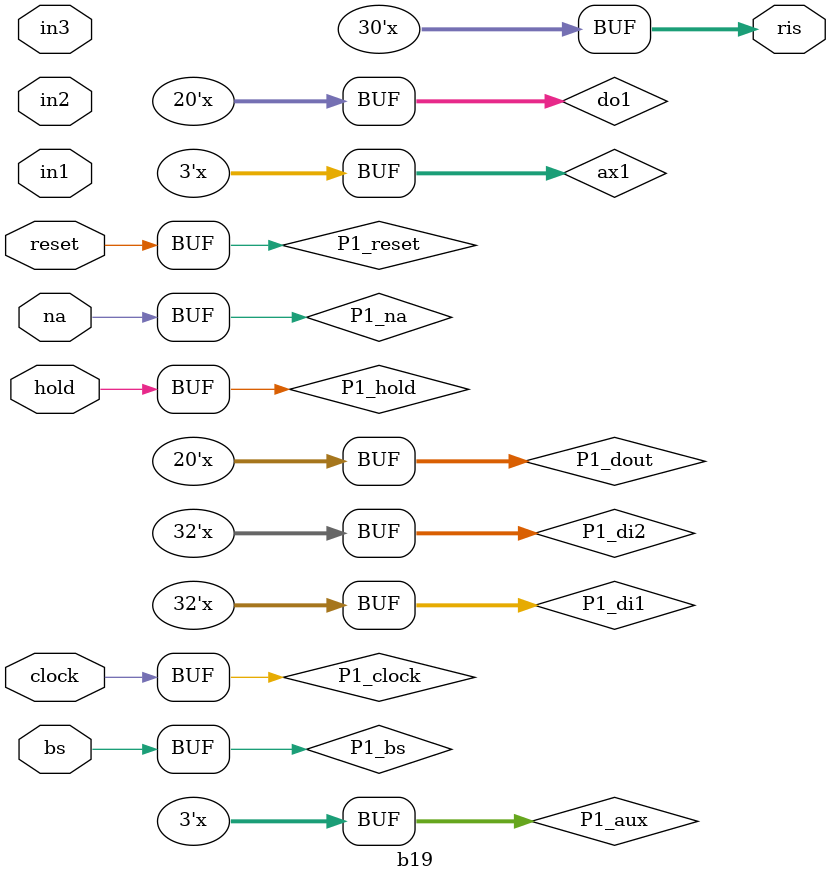
<source format=v>


module b14(
   input                   clock,
   input                   reset,
   output   reg   [19:0]   addr,
   input          [31:0]   datai,
   output   integer        datao,
   output   reg            rd,
   output   reg            wr
);
   
   always @(posedge clock or posedge reset)
      begin: xhdl0
      
         integer       reg0;
         integer       reg1;
         integer       reg2;
         integer       reg3;
      
         reg           B;
         
         reg [19:0]    MAR;
         integer       MBR;
         
         reg [1:0]     mf;
         reg [2:0]     df;
         reg [0:0]     cf;
         
         reg [3:0]     ff;
         reg [19:0]    tail;
         integer       IR;
         
         reg [0:0]     state;
         
         integer       r;
         integer       m;
         integer       t;
         integer       d;
         integer       temp;
         reg [1:0]     s;
         
         parameter     FETCH = 0;
         parameter     EXEC = 1;
         
         if (reset == 1'b1)
         begin
            MAR = 0;
            MBR = 0;
            IR = 0;
            d = 0;
            r = 0;
            m = 0;
            s = 0;
            temp = 0;
            mf = 0;
            df = 0;
            ff = 0;
            cf = 0;
            tail = 0;
            B = 1'b0;
            reg0 = 0;
            reg1 = 0;
            reg2 = 0;
            reg3 = 0;
            addr <= 0;
            rd <= 1'b0;
            wr <= 1'b0;
            datao <= 0;
            state = FETCH;
         end
         else 
         begin
            rd <= 1'b0;
            wr <= 1'b0;
            case (state)
               FETCH :
                  begin
                     MAR = reg3 % 2 ** 20;
                     addr <= MAR;
                     rd <= 1'b1;
                     MBR = datai;
                     IR = MBR;
                     state = EXEC;
                  end
               EXEC :
                  begin
                     if (IR < 0)
                        IR = -IR;
                     mf = (IR/2 ** 27) % 4;
                     
                     df = (IR/2 ** 24) % 2 ** 3;
                     
                     ff = (IR/2 ** 19) % 2 ** 4;
                     
                     cf = (IR/2 ** 23) % 2;
                     
                     tail = IR % 2 ** 20;
                     reg3 = ((reg3 % 2 ** 29) + 8);
                     s = (IR/2 ** 29) % 4;
                     case (s)
                        0 :
                           r = reg0;
                        1 :
                           r = reg1;
                        2 :
                           r = reg2;
                        3 :
                           r = reg3;
                     endcase
                     case (cf)
                        1 :
                           begin
                              case (mf)
                                 0 :
                                    m = tail;
                                 1 :
                                    begin
                                       m = datai;
                                       addr <= tail;
                                       rd <= 1'b1;
                                    end
                                 2 :
                                    begin
                                       addr <= (tail + reg1) % 2 ** 20;
                                       rd <= 1'b1;
                                       m = datai;
                                    end
                                 3 :
                                    begin
                                       addr <= (tail + reg2) % 2 ** 20;
                                       rd <= 1'b1;
                                       m = datai;
                                    end
                              endcase
                              case (ff)
                                 0 :
                                    if (r < m)
                                       B = 1'b1;
                                    else
                                       B = 1'b0;
                                 1 :
                                    if (~(r < m))
                                       B = 1'b1;
                                    else
                                       B = 1'b0;
                                 2 :
                                    if (r == m)
                                       B = 1'b1;
                                    else
                                       B = 1'b0;
                                 3 :
                                    if (~(r == m))
                                       B = 1'b1;
                                    else
                                       B = 1'b0;
                                 4 :
                                    if (~(r > m))
                                       B = 1'b1;
                                    else
                                       B = 1'b0;
                                 5 :
                                    if (r > m)
                                       B = 1'b1;
                                    else
                                       B = 1'b0;
                                 6 :
                                    begin
                                       if (r > 2 ** 30 - 1)
                                          r = r - 2 ** 30;
                                       if (r < m)
                                          B = 1'b1;
                                       else
                                          B = 1'b0;
                                    end
                                 7 :
                                    begin
                                       if (r > 2 ** 30 - 1)
                                          r = r - 2 ** 30;
                                       if (~(r < m))
                                          B = 1'b1;
                                       else
                                          B = 1'b0;
                                    end
                                 8 :
                                    if ((r < m) | (B == 1'b1))
                                       B = 1'b1;
                                    else
                                       B = 1'b0;
                                 9 :
                                    if ((~(r < m)) | (B == 1'b1))
                                       B = 1'b1;
                                    else
                                       B = 1'b0;
                                 10 :
                                    if ((r == m) | (B == 1'b1))
                                       B = 1'b1;
                                    else
                                       B = 1'b0;
                                 11 :
                                    if ((~(r == m)) | (B == 1'b1))
                                       B = 1'b1;
                                    else
                                       B = 1'b0;
                                 12 :
                                    if ((~(r > m)) | (B == 1'b1))
                                       B = 1'b1;
                                    else
                                       B = 1'b0;
                                 13 :
                                    if ((r > m) | (B == 1'b1))
                                       B = 1'b1;
                                    else
                                       B = 1'b0;
                                 14 :
                                    begin
                                       if (r > 2 ** 30 - 1)
                                          r = r - 2 ** 30;
                                       if ((r < m) | (B == 1'b1))
                                          B = 1'b1;
                                       else
                                          B = 1'b0;
                                    end
                                 15 :
                                    begin
                                       if (r > 2 ** 30 - 1)
                                          r = r - 2 ** 30;
                                       if ((~(r < m)) | (B == 1'b1))
                                          B = 1'b1;
                                       else
                                          B = 1'b0;
                                    end
                              endcase
                           end
                        0 :
                           if (~(df == 7))
                           begin
                              if (df == 5)
                              begin
                                 if ((~(B)) == 1'b1)
                                    d = 3;
                              end
                              else if (df == 4)
                              begin
                                 if (B == 1'b1)
                                    d = 3;
                              end
                              else if (df == 3)
                                 d = 3;
                              else if (df == 2)
                                 d = 2;
                              else if (df == 1)
                                 d = 1;
                              else if (df == 0)
                                 d = 0;
                              case (ff)
                                 0 :
                                    begin
                                       case (mf)
                                          0 :
                                             m = tail;
                                          1 :
                                             begin
                                                m = datai;
                                                addr <= tail;
                                                rd <= 1'b1;
                                             end
                                          2 :
                                             begin
                                                addr <= (tail + reg1) % 2 ** 20;
                                                rd <= 1'b1;
                                                m = datai;
                                             end
                                          3 :
                                             begin
                                                addr <= (tail + reg2) % 2 ** 20;
                                                rd <= 1'b1;
                                                m = datai;
                                             end
                                       endcase
                                       t = 0;
                                       case (d)
                                          0 :
                                             reg0 = t - m;
                                          1 :
                                             reg1 = t - m;
                                          2 :
                                             reg2 = t - m;
                                          3 :
                                             reg3 = t - m;
                                          default :
                                             ;
                                       endcase
                                    end
                                 1 :
                                    begin
                                       case (mf)
                                          0 :
                                             m = tail;
                                          1 :
                                             begin
                                                m = datai;
                                                addr <= tail;
                                                rd <= 1'b1;
                                             end
                                          2 :
                                             begin
                                                addr <= (tail + reg1) % 2 ** 20;
                                                rd <= 1'b1;
                                                m = datai;
                                             end
                                          3 :
                                             begin
                                                addr <= (tail + reg2) % 2 ** 20;
                                                rd <= 1'b1;
                                                m = datai;
                                             end
                                       endcase
                                       reg2 = reg3;
                                       reg3 = m;
                                    end
                                 2 :
                                    begin
                                       case (mf)
                                          0 :
                                             m = tail;
                                          1 :
                                             begin
                                                m = datai;
                                                addr <= tail;
                                                rd <= 1'b1;
                                             end
                                          2 :
                                             begin
                                                addr <= (tail + reg1) % 2 ** 20;
                                                rd <= 1'b1;
                                                m = datai;
                                             end
                                          3 :
                                             begin
                                                addr <= (tail + reg2) % 2 ** 20;
                                                rd <= 1'b1;
                                                m = datai;
                                             end
                                       endcase
                                       case (d)
                                          0 :
                                             reg0 = m;
                                          1 :
                                             reg1 = m;
                                          2 :
                                             reg2 = m;
                                          3 :
                                             reg3 = m;
                                          default :
                                             ;
                                       endcase
                                    end
                                 3 :
                                    begin
                                       case (mf)
                                          0 :
                                             m = tail;
                                          1 :
                                             begin
                                                m = datai;
                                                addr <= tail;
                                                rd <= 1'b1;
                                             end
                                          2 :
                                             begin
                                                addr <= (tail + reg1) % 2 ** 20;
                                                rd <= 1'b1;
                                                m = datai;
                                             end
                                          3 :
                                             begin
                                                addr <= (tail + reg2) % 2 ** 20;
                                                rd <= 1'b1;
                                                m = datai;
                                             end
                                       endcase
                                       case (d)
                                          0 :
                                             reg0 = m;
                                          1 :
                                             reg1 = m;
                                          2 :
                                             reg2 = m;
                                          3 :
                                             reg3 = m;
                                          default :
                                             ;
                                       endcase
                                    end
                                 4 :
                                    begin
                                       case (mf)
                                          0 :
                                             m = tail;
                                          1 :
                                             begin
                                                m = datai;
                                                addr <= tail;
                                                rd <= 1'b1;
                                             end
                                          2 :
                                             begin
                                                addr <= (tail + reg1) % 2 ** 20;
                                                rd <= 1'b1;
                                                m = datai;
                                             end
                                          3 :
                                             begin
                                                addr <= (tail + reg2) % 2 ** 20;
                                                rd <= 1'b1;
                                                m = datai;
                                             end
                                       endcase
                                       case (d)
                                          0 :
                                             reg0 = (r + m) % 2 ** 30;
                                          1 :
                                             reg1 = (r + m) % 2 ** 30;
                                          2 :
                                             reg2 = (r + m) % 2 ** 30;
                                          3 :
                                             reg3 = (r + m) % 2 ** 30;
                                          default :
                                             ;
                                       endcase
                                    end
                                 5 :
                                    begin
                                       case (mf)
                                          0 :
                                             m = tail;
                                          1 :
                                             begin
                                                m = datai;
                                                addr <= tail;
                                                rd <= 1'b1;
                                             end
                                          2 :
                                             begin
                                                addr <= (tail + reg1) % 2 ** 20;
                                                rd <= 1'b1;
                                                m = datai;
                                             end
                                          3 :
                                             begin
                                                addr <= (tail + reg2) % 2 ** 20;
                                                rd <= 1'b1;
                                                m = datai;
                                             end
                                       endcase
                                       case (d)
                                          0 :
                                             reg0 = (r + m) % 2 ** 30;
                                          1 :
                                             reg1 = (r + m) % 2 ** 30;
                                          2 :
                                             reg2 = (r + m) % 2 ** 30;
                                          3 :
                                             reg3 = (r + m) % 2 ** 30;
                                          default :
                                             ;
                                       endcase
                                    end
                                 6 :
                                    begin
                                       case (mf)
                                          0 :
                                             m = tail;
                                          1 :
                                             begin
                                                m = datai;
                                                addr <= tail;
                                                rd <= 1'b1;
                                             end
                                          2 :
                                             begin
                                                addr <= (tail + reg1) % 2 ** 20;
                                                rd <= 1'b1;
                                                m = datai;
                                             end
                                          3 :
                                             begin
                                                addr <= (tail + reg2) % 2 ** 20;
                                                rd <= 1'b1;
                                                m = datai;
                                             end
                                       endcase
                                       case (d)
                                          0 :
                                             reg0 = (r - m) % 2 ** 30;
                                          1 :
                                             reg1 = (r - m) % 2 ** 30;
                                          2 :
                                             reg2 = (r - m) % 2 ** 30;
                                          3 :
                                             reg3 = (r - m) % 2 ** 30;
                                          default :
                                             ;
                                       endcase
                                    end
                                 7 :
                                    begin
                                       case (mf)
                                          0 :
                                             m = tail;
                                          1 :
                                             begin
                                                m = datai;
                                                addr <= tail;
                                                rd <= 1'b1;
                                             end
                                          2 :
                                             begin
                                                addr <= (tail + reg1) % 2 ** 20;
                                                rd <= 1'b1;
                                                m = datai;
                                             end
                                          3 :
                                             begin
                                                addr <= (tail + reg2) % 2 ** 20;
                                                rd <= 1'b1;
                                                m = datai;
                                             end
                                       endcase
                                       case (d)
                                          0 :
                                             reg0 = (r - m) % 2 ** 30;
                                          1 :
                                             reg1 = (r - m) % 2 ** 30;
                                          2 :
                                             reg2 = (r - m) % 2 ** 30;
                                          3 :
                                             reg3 = (r - m) % 2 ** 30;
                                          default :
                                             ;
                                       endcase
                                    end
                                 8 :
                                    begin
                                       case (mf)
                                          0 :
                                             m = tail;
                                          1 :
                                             begin
                                                m = datai;
                                                addr <= tail;
                                                rd <= 1'b1;
                                             end
                                          2 :
                                             begin
                                                addr <= (tail + reg1) % 2 ** 20;
                                                rd <= 1'b1;
                                                m = datai;
                                             end
                                          3 :
                                             begin
                                                addr <= (tail + reg2) % 2 ** 20;
                                                rd <= 1'b1;
                                                m = datai;
                                             end
                                       endcase
                                       case (d)
                                          0 :
                                             reg0 = (r + m) % 2 ** 30;
                                          1 :
                                             reg1 = (r + m) % 2 ** 30;
                                          2 :
                                             reg2 = (r + m) % 2 ** 30;
                                          3 :
                                             reg3 = (r + m) % 2 ** 30;
                                          default :
                                             ;
                                       endcase
                                    end
                                 9 :
                                    begin
                                       case (mf)
                                          0 :
                                             m = tail;
                                          1 :
                                             begin
                                                m = datai;
                                                addr <= tail;
                                                rd <= 1'b1;
                                             end
                                          2 :
                                             begin
                                                addr <= (tail + reg1) % 2 ** 20;
                                                rd <= 1'b1;
                                                m = datai;
                                             end
                                          3 :
                                             begin
                                                addr <= (tail + reg2) % 2 ** 20;
                                                rd <= 1'b1;
                                                m = datai;
                                             end
                                       endcase
                                       case (d)
                                          0 :
                                             reg0 = (r - m) % 2 ** 30;
                                          1 :
                                             reg1 = (r - m) % 2 ** 30;
                                          2 :
                                             reg2 = (r - m) % 2 ** 30;
                                          3 :
                                             reg3 = (r - m) % 2 ** 30;
                                          default :
                                             ;
                                       endcase
                                    end
                                 10 :
                                    begin
                                       case (mf)
                                          0 :
                                             m = tail;
                                          1 :
                                             begin
                                                m = datai;
                                                addr <= tail;
                                                rd <= 1'b1;
                                             end
                                          2 :
                                             begin
                                                addr <= (tail + reg1) % 2 ** 20;
                                                rd <= 1'b1;
                                                m = datai;
                                             end
                                          3 :
                                             begin
                                                addr <= (tail + reg2) % 2 ** 20;
                                                rd <= 1'b1;
                                                m = datai;
                                             end
                                       endcase
                                       case (d)
                                          0 :
                                             reg0 = (r + m) % 2 ** 30;
                                          1 :
                                             reg1 = (r + m) % 2 ** 30;
                                          2 :
                                             reg2 = (r + m) % 2 ** 30;
                                          3 :
                                             reg3 = (r + m) % 2 ** 30;
                                          default :
                                             ;
                                       endcase
                                    end
                                 11 :
                                    begin
                                       case (mf)
                                          0 :
                                             m = tail;
                                          1 :
                                             begin
                                                m = datai;
                                                addr <= tail;
                                                rd <= 1'b1;
                                             end
                                          2 :
                                             begin
                                                addr <= (tail + reg1) % 2 ** 20;
                                                rd <= 1'b1;
                                                m = datai;
                                             end
                                          3 :
                                             begin
                                                addr <= (tail + reg2) % 2 ** 20;
                                                rd <= 1'b1;
                                                m = datai;
                                             end
                                       endcase
                                       case (d)
                                          0 :
                                             reg0 = (r - m) % 2 ** 30;
                                          1 :
                                             reg1 = (r - m) % 2 ** 30;
                                          2 :
                                             reg2 = (r - m) % 2 ** 30;
                                          3 :
                                             reg3 = (r - m) % 2 ** 30;
                                          default :
                                             ;
                                       endcase
                                    end
                                 12 :
                                    begin
                                       case (mf)
                                          0 :
                                             t = r/2;
                                          1 :
                                             begin
                                                t = r/2;
                                                if (B == 1'b1)
                                                   t = t % 2 ** 29;
                                             end
                                          2 :
                                             t = (r % 2 ** 29) * 2;
                                          3 :
                                             begin
                                                t = (r % 2 ** 29) * 2;
                                                if (t > 2 ** 30 - 1)
                                                   B = 1'b1;
                                                else
                                                   B = 1'b0;
                                             end
                                          default :
                                             ;
                                       endcase
                                       case (d)
                                          0 :
                                             reg0 = t;
                                          1 :
                                             reg1 = t;
                                          2 :
                                             reg2 = t;
                                          3 :
                                             reg3 = t;
                                          default :
                                             ;
                                       endcase
                                    end
                                 13, 14, 15 :
                                    ;
                              endcase
                           end
                           else if (df == 7)
                           begin
                              case (mf)
                                 0 :
                                    m = tail;
                                 1 :
                                    m = tail;
                                 2 :
                                    m = (reg1 % 2 ** 20) + (tail % 2 ** 20);
                                 3 :
                                    m = (reg2 % 2 ** 20) + (tail % 2 ** 20);
                              endcase
                              addr <= m % 2 * 20;
                              wr <= 1'b1;
                              datao <= r;
                           end
                     endcase
                     state = FETCH;
                  end
            endcase
         end
      end
      
   endmodule


module b15(
   output   reg      [3:0]    BE_n,
   output   reg      [29:0]   Address,
   output   reg               W_R_n,
   output   reg               D_C_n,
   output   reg               M_IO_n,
   output   reg               ADS_n,
   input             [31:0]   Datai,
   output   integer           Datao,
   input                      CLOCK,
   input                      NA_n,
   input                      BS16_n,
   input                      READY_n,
   input                      HOLD,
   input                      RESET
);
 

   
   reg           StateNA;
   reg           StateBS16;
   reg           RequestPending;
   parameter     Pending = 1'b1;
   parameter     NotPending = 1'b0;
   reg           NonAligned;
   reg           ReadRequest;
   reg           MemoryFetch;
   reg           CodeFetch;
   reg [3:0]     ByteEnable;
   integer       DataWidth;
   parameter     WidthByte = 0;
   parameter     WidthWord = 1;
   parameter     WidthDword = 2;
   
   reg [2:0]     State;
   
   parameter     StateInit = 0;
   parameter     StateTi = 1;
   parameter     StateT1 = 2;
   parameter     StateT2 = 3;
   parameter     StateT1P = 4;
   parameter     StateTh = 5;
   parameter     StateT2P = 6;
   parameter     StateT2I = 7;
   
   integer       EAX;
   integer       EBX;
   
   integer       rEIP;
   
   parameter     REP = 8'hF3;
   parameter     REPNE = 8'hF2;
   parameter     LOCK = 8'hF0;
   
   parameter     CSsop = 8'h2E;
   parameter     SSsop = 8'h36;
   parameter     DSsop = 8'h3E;
   parameter     ESsop = 8'h26;
   parameter     FSsop = 8'h64;
   parameter     GSsop = 8'h65;
   parameter     OPsop = 8'h66;
   parameter     ADsop = 8'h67;
   
   parameter     MOV_al_b = 8'hB0;
   parameter     MOV_eax_dw = 8'hB8;
   parameter     MOV_ebx_dw = 8'hBB;
   parameter     MOV_ebx_eax = 8'h89;
   parameter     MOV_eax_ebx = 8'h8B;
   parameter     IN_al = 8'hE4;
   parameter     OUT_al = 8'hE6;
   parameter     ADD_al_b = 8'h04;
   parameter     ADD_ax_w = 8'h05;
   parameter     ROL_eax_b = 8'hD1;
   parameter     ROL_al_1 = 8'hD0;
   parameter     ROL_al_n = 8'hC0;
   parameter     INC_eax = 8'h40;
   parameter     INC_ebx = 8'h43;
   parameter     JMP_rel_short = 8'hEB;
   parameter     JMP_rel_near = 8'hE9;
   parameter     JMP_intseg_immed = 8'hEA;
   parameter     HLT = 8'hF4;
   parameter     WAITx = 8'h9B;
   parameter     NOP = 8'h90;
   
   
   always @(posedge CLOCK or posedge RESET)
   begin: P0
      if (RESET == 1'b1)
      begin
         BE_n <= 4'b0000;
         Address <= 0;
         W_R_n <= 1'b0;
         D_C_n <= 1'b0;
         M_IO_n <= 1'b0;
         ADS_n <= 1'b0;
         
         State <= StateInit;
         
         StateNA <= 1'b0;
         StateBS16 <= 1'b0;
         DataWidth <= 0;
      end
      
      else 
         case (State)
            StateInit :
               begin
                  D_C_n <= 1'b1;
                  ADS_n <= 1'b1;
                  State <= StateTi;
                  StateNA <= 1'b1;
                  StateBS16 <= 1'b1;
                  DataWidth <= 2;
                  State <= StateTi;
               end
            
            StateTi :
               if (RequestPending == Pending)
                  State <= StateT1;
               else if (HOLD == 1'b1)
                  State <= StateTh;
               else
                  State <= StateTi;
            
            StateT1 :
               begin
                  Address <= rEIP/4 % 2 ** 30;
                  BE_n <= ByteEnable;
                  M_IO_n <= MemoryFetch;
                  if (ReadRequest == Pending)
                     W_R_n <= 1'b0;
                  else
                     W_R_n <= 1'b1;
                  if (CodeFetch == Pending)
                     D_C_n <= 1'b0;
                  else
                     D_C_n <= 1'b1;
                  ADS_n <= 1'b0;
                  State <= StateT2;
               end
            
            StateT2 :
               begin
                  if (READY_n == 1'b0 & HOLD == 1'b0 & RequestPending == Pending)
                     State <= StateT1;
                  else if (READY_n == 1'b1 & NA_n == 1'b1)
                     ;
                  else if ((RequestPending == Pending | HOLD == 1'b1) & (READY_n == 1'b1 & NA_n == 1'b0))
                     State <= StateT2I;
                  else if (RequestPending == Pending & HOLD == 1'b0 & READY_n == 1'b1 & NA_n == 1'b0)
                     State <= StateT2P;
                  else if (RequestPending == NotPending & HOLD == 1'b0 & READY_n == 1'b0)
                     State <= StateTi;
                  else if (HOLD == 1'b1 & READY_n == 1'b1)
                     State <= StateTh;
                  else
                     State <= StateT2;
                  StateBS16 <= BS16_n;
                  if (BS16_n == 1'b0)
                     DataWidth <= WidthWord;
                  else
                     DataWidth <= WidthDword;
                  StateNA <= NA_n;
                  ADS_n <= 1'b1;
               end
            
            StateT1P :
               begin
                  if (NA_n == 1'b0 & HOLD == 1'b0 & RequestPending == Pending)
                     State <= StateT2P;
                  else if (NA_n == 1'b0 & (HOLD == 1'b1 | RequestPending == NotPending))
                     State <= StateT2I;
                  else if (NA_n == 1'b1)
                     State <= StateT2;
                  else
                     State <= StateT1P;
                  StateBS16 <= BS16_n;
                  if (BS16_n == 1'b0)
                     DataWidth <= WidthWord;
                  else
                     DataWidth <= WidthDword;
                  StateNA <= NA_n;
                  ADS_n <= 1'b1;
               end
            
            StateTh :
               if (HOLD == 1'b0 & RequestPending == Pending)
                  State <= StateT1;
               else if (HOLD == 1'b0 & RequestPending == NotPending)
                  State <= StateTi;
               else
                  State <= StateTh;
            
            StateT2P :
               begin
                  Address <= rEIP/2 % 2 ** 30;
                  BE_n <= ByteEnable;
                  M_IO_n <= MemoryFetch;
                  if (ReadRequest == Pending)
                     W_R_n <= 1'b0;
                  else
                     W_R_n <= 1'b1;
                  if (CodeFetch == Pending)
                     D_C_n <= 1'b0;
                  else
                     D_C_n <= 1'b1;
                  ADS_n <= 1'b0;
                  if (READY_n == 1'b0)
                     State <= StateT1P;
                  else
                     State <= StateT2P;
               end
            
            StateT2I :
               if (READY_n == 1'b1 & RequestPending == Pending & HOLD == 1'b0)
                  State <= StateT2P;
               else if (READY_n == 1'b0 & HOLD == 1'b1)
                  State <= StateTh;
               else if (READY_n == 1'b0 & HOLD == 1'b0 & RequestPending == Pending)
                  State <= StateT1;
               else if (READY_n == 1'b0 & HOLD == 1'b0 & RequestPending == NotPending)
                  State <= StateTi;
               else
                  State <= StateT2I;
         endcase
   end
   
   
   always @(posedge CLOCK or posedge RESET)
   begin: P1
      reg [7:0]     InstQueue[15:0];
      reg [4:0]     InstQueueRd_Addr;
      reg [4:0]     InstQueueWr_Addr;
      parameter     InstQueueLimit = 15;
      integer       InstAddrPointer;
      integer       PhyAddrPointer;
      reg           Extended;
      reg           More;
      reg           Flush;
      reg [15:0]    lWord;
      reg [14:0]    uWord;
      integer       fWord;
      reg [3:0]     State2;
      parameter     Si = 0;
      parameter     S1 = 1;
      parameter     S2 = 2;
      parameter     S3 = 3;
      parameter     S4 = 4;
      parameter     S5 = 5;
      parameter     S6 = 6;
      parameter     S7 = 7;
      parameter     S8 = 8;
      parameter     S9 = 9;
      
      if (RESET == 1'b1)
      begin
         State2 = Si;
         InstQueue[0] = 16*{0};
         InstQueue[1] = 16*{0};
         InstQueue[2] = 16*{0};
         InstQueue[3] = 16*{0};
         InstQueue[4] = 16*{0};
         InstQueue[5] = 16*{0};
         InstQueue[6] = 16*{0};
         InstQueue[7] = 16*{0};

         InstQueueRd_Addr = 0;
         InstQueueWr_Addr = 0;
         InstAddrPointer = 0;
         PhyAddrPointer = 0;
         Extended = 1'b0;
         More = 1'b0;
         Flush = 1'b0;
         lWord = 0;
         uWord = 0;
         fWord = 0;
         CodeFetch <= 1'b0;
         Datao <= 0;
         EAX <= 0;
         EBX <= 0;
         rEIP <= 0;
         ReadRequest <= 1'b0;
         MemoryFetch <= 1'b0;
         RequestPending <= 1'b0;
      end
      
      else 
         case (State2)
            Si :
               begin
                  PhyAddrPointer = rEIP;
                  InstAddrPointer = PhyAddrPointer;
                  State2 = S1;
                  rEIP <= 20'hFFFF0;
                  ReadRequest <= 1'b1;
                  MemoryFetch <= 1'b1;
                  RequestPending <= 1'b1;
               end
            S1 :
               begin
                  RequestPending <= Pending;
                  ReadRequest <= Pending;
                  MemoryFetch <= Pending;
                  CodeFetch <= Pending;
                  if (READY_n == 1'b0)
                     State2 = S2;
                  else
                     State2 = S1;
               end
            S2 :
               begin
                  RequestPending <= NotPending;
                  InstQueue[InstQueueWr_Addr] = Datai % (2 ** 8);
                  InstQueueWr_Addr = (InstQueueWr_Addr + 1) % 16;
                  InstQueue[InstQueueWr_Addr] = Datai % 2 ** 8;
                  InstQueueWr_Addr = (InstQueueWr_Addr + 1) % 16;
                  if (StateBS16 == 1'b1)
                  begin
                     InstQueue[InstQueueWr_Addr] = (Datai/(2 ** 16)) % (2 ** 8);
                     InstQueueWr_Addr = (InstQueueWr_Addr + 1) % 16;
                     InstQueue[InstQueueWr_Addr] = (Datai/(2 ** 24)) % (2 ** 8);
                     InstQueueWr_Addr = (InstQueueWr_Addr + 1) % 16;
                     PhyAddrPointer = PhyAddrPointer + 4;
                     State2 = S5;
                  end
                  else
                  begin
                     PhyAddrPointer = PhyAddrPointer + 2;
                     if (PhyAddrPointer < 0)
                        rEIP <= -PhyAddrPointer;
                     else
                        rEIP <= PhyAddrPointer;
                     State2 = S3;
                  end
               end
            S3 :
               begin
                  RequestPending <= Pending;
                  if (READY_n == 1'b0)
                     State2 = S4;
                  else
                     State2 = S3;
               end
            S4 :
               begin
                  RequestPending <= NotPending;
                  InstQueue[InstQueueWr_Addr] = Datai % (2 ** 8);
                  InstQueueWr_Addr = (InstQueueWr_Addr + 1) % 16;
                  InstQueue[InstQueueWr_Addr] = Datai % (2 ** 8);
                  InstQueueWr_Addr = (InstQueueWr_Addr + 1) % 16;
                  PhyAddrPointer = PhyAddrPointer + 2;
                  State2 = S5;
               end
            S5 :
               begin
                  case (InstQueue[InstQueueRd_Addr])
                     NOP :
                        begin
                           InstAddrPointer = InstAddrPointer + 1;
                           InstQueueRd_Addr = (InstQueueRd_Addr + 1) % 16;
                           Flush = 1'b0;
                           More = 1'b0;
                        end
                     OPsop :
                        begin
                           InstAddrPointer = InstAddrPointer + 1;
                           InstQueueRd_Addr = (InstQueueRd_Addr + 1) % 16;
                           Extended = 1'b1;
                           Flush = 1'b0;
                           More = 1'b0;
                        end
                     JMP_rel_short :
                        if ((InstQueueWr_Addr - InstQueueRd_Addr) >= 3)
                        begin
                           if (InstQueue[(InstQueueRd_Addr + 1) % 16] > 127)
                           begin
                              PhyAddrPointer = InstAddrPointer + 1 - (8'hFF - InstQueue[(InstQueueRd_Addr + 1) % 16]);
                              InstAddrPointer = PhyAddrPointer;
                           end
                           else
                           begin
                              PhyAddrPointer = InstAddrPointer + 2 + InstQueue[(InstQueueRd_Addr + 1) % 16];
                              InstAddrPointer = PhyAddrPointer;
                           end
                           Flush = 1'b1;
                           More = 1'b0;
                        end
                        else
                        begin
                           Flush = 1'b0;
                           More = 1'b1;
                        end
                     JMP_rel_near :
                        if ((InstQueueWr_Addr - InstQueueRd_Addr) >= 5)
                        begin
                           PhyAddrPointer = InstAddrPointer + 5 + InstQueue[(InstQueueRd_Addr + 1) % 16];
                           InstAddrPointer = PhyAddrPointer;
                           Flush = 1'b1;
                           More = 1'b0;
                        end
                        else
                        begin
                           Flush = 1'b0;
                           More = 1'b1;
                        end
                     JMP_intseg_immed :
                        begin
                           InstAddrPointer = InstAddrPointer + 1;
                           InstQueueRd_Addr = (InstQueueRd_Addr + 1) % 16;
                           Flush = 1'b0;
                           More = 1'b0;
                        end
                     MOV_al_b :
                        begin
                           InstAddrPointer = InstAddrPointer + 1;
                           InstQueueRd_Addr = (InstQueueRd_Addr + 1) % 16;
                           Flush = 1'b0;
                           More = 1'b0;
                        end
                     MOV_eax_dw :
                        if ((InstQueueWr_Addr - InstQueueRd_Addr) >= 5)
                        begin
                           EAX <= InstQueue[(InstQueueRd_Addr + 4) % 16] * (2 ** 23) + InstQueue[(InstQueueRd_Addr + 3) % 16] * (2 ** 16) + InstQueue[(InstQueueRd_Addr + 2) % 16] * (2 ** 8) + InstQueue[(InstQueueRd_Addr + 1) % 16];
                           More = 1'b0;
                           Flush = 1'b0;
                           InstAddrPointer = InstAddrPointer + 5;
                           InstQueueRd_Addr = (InstQueueRd_Addr + 5) % 16;
                        end
                        else
                        begin
                           Flush = 1'b0;
                           More = 1'b1;
                        end
                     MOV_ebx_dw :
                        if ((InstQueueWr_Addr - InstQueueRd_Addr) >= 5)
                        begin
                           EBX <= InstQueue[(InstQueueRd_Addr + 4) % 16] * (2 ** 23) + InstQueue[(InstQueueRd_Addr + 3) % 16] * (2 ** 16) + InstQueue[(InstQueueRd_Addr + 2) % 16] * (2 ** 8) + InstQueue[(InstQueueRd_Addr + 1) % 1];
                           More = 1'b0;
                           Flush = 1'b0;
                           InstAddrPointer = InstAddrPointer + 5;
                           InstQueueRd_Addr = (InstQueueRd_Addr + 5) % 16;
                        end
                        else
                        begin
                           Flush = 1'b0;
                           More = 1'b1;
                        end
                     MOV_eax_ebx :
                        if ((InstQueueWr_Addr - InstQueueRd_Addr) >= 2)
                        begin
                           if (EBX < 0)
                              rEIP <= -EBX;
                           else
                              rEIP <= EBX;
                           RequestPending <= Pending;
                           ReadRequest <= Pending;
                           MemoryFetch <= Pending;
                           CodeFetch <= NotPending;
                           if (READY_n == 1'b0)
                           begin
                              RequestPending <= NotPending;
                              uWord = Datai % (2 ** 15);
                              if (StateBS16 == 1'b1)
                                 lWord = Datai % (2 ** 16);
                              else
                              begin
                                 rEIP <= rEIP + 2;
                                 RequestPending <= Pending;
                                 if (READY_n == 1'b0)
                                 begin
                                    RequestPending <= NotPending;
                                    lWord = Datai % (2 ** 16);
                                 end
                              end
                              if (READY_n == 1'b0)
                              begin
                                 EAX <= uWord * (2 ** 16) + lWord;
                                 More = 1'b0;
                                 Flush = 1'b0;
                                 InstAddrPointer = InstAddrPointer + 2;
                                 InstQueueRd_Addr = (InstQueueRd_Addr + 2) % 16;
                              end
                           end
                        end
                        else
                        begin
                           Flush = 1'b0;
                           More = 1'b1;
                        end
                     MOV_ebx_eax :
                        if ((InstQueueWr_Addr - InstQueueRd_Addr) >= 2)
                        begin
                           if (EBX < 0)
                              rEIP <= EBX;
                           else
                              rEIP <= EBX;
                           lWord = EAX % (2 ** 16);
                           uWord = (EAX/(2 ** 16)) % (2 ** 15);
                           RequestPending <= Pending;
                           ReadRequest <= NotPending;
                           MemoryFetch <= Pending;
                           CodeFetch <= NotPending;
                           if (State == StateT1 | State == StateT1P)
                           begin
                              Datao <= (uWord * (2 ** 16) + lWord);
                              if (READY_n == 1'b0)
                              begin
                                 RequestPending <= NotPending;
                                 if (StateBS16 == 1'b0)
                                 begin
                                    rEIP <= rEIP + 2;
                                    RequestPending <= Pending;
                                    ReadRequest <= NotPending;
                                    MemoryFetch <= Pending;
                                    CodeFetch <= NotPending;
                                    State2 = S6;
                                 end
                                 More = 1'b0;
                                 Flush = 1'b0;
                                 InstAddrPointer = InstAddrPointer + 2;
                                 InstQueueRd_Addr = (InstQueueRd_Addr + 2) % 16;
                              end
                           end
                        end
                        else
                        begin
                           Flush = 1'b0;
                           More = 1'b1;
                        end
                     IN_al :
                        if ((InstQueueWr_Addr - InstQueueRd_Addr) >= 2)
                        begin
                           rEIP <= InstQueueRd_Addr + 1;
                           RequestPending <= Pending;
                           ReadRequest <= Pending;
                           MemoryFetch <= NotPending;
                           CodeFetch <= NotPending;
                           if (READY_n == 1'b0)
                           begin
                              RequestPending <= NotPending;
                              EAX <= Datai;
                              InstAddrPointer = InstAddrPointer + 2;
                              InstQueueRd_Addr = (InstQueueRd_Addr + 2);
                              Flush = 1'b0;
                              More = 1'b0;
                           end
                        end
                        else
                        begin
                           Flush = 1'b0;
                           More = 1'b1;
                        end
                     OUT_al :
                        if ((InstQueueWr_Addr - InstQueueRd_Addr) >= 2)
                        begin
                           rEIP <= InstQueueRd_Addr + 1;
                           RequestPending <= Pending;
                           ReadRequest <= NotPending;
                           MemoryFetch <= NotPending;
                           CodeFetch <= NotPending;
                           if (State == StateT1 | State == StateT1P)
                           begin
                              fWord = EAX % (2 ** 16);
                              Datao <= fWord;
                              if (READY_n == 1'b0)
                              begin
                                 RequestPending <= NotPending;
                                 InstAddrPointer = InstAddrPointer + 2;
                                 InstQueueRd_Addr = (InstQueueRd_Addr + 2) % 16;
                                 Flush = 1'b0;
                                 More = 1'b0;
                              end
                           end
                        end
                        else
                        begin
                           Flush = 1'b0;
                           More = 1'b1;
                        end
                     ADD_al_b :
                        begin
                           InstAddrPointer = InstAddrPointer + 1;
                           InstQueueRd_Addr = (InstQueueRd_Addr + 1) % 16;
                           Flush = 1'b0;
                           More = 1'b0;
                        end
                     ADD_ax_w :
                        begin
                           InstAddrPointer = InstAddrPointer + 1;
                           InstQueueRd_Addr = (InstQueueRd_Addr + 1) % 16;
                           Flush = 1'b0;
                           More = 1'b0;
                        end
                     ROL_al_1 :
                        begin
                           InstAddrPointer = InstAddrPointer + 2;
                           InstQueueRd_Addr = (InstQueueRd_Addr + 2) % 16;
                           Flush = 1'b0;
                           More = 1'b0;
                        end
                     ROL_al_n :
                        begin
                           InstAddrPointer = InstAddrPointer + 2;
                           InstQueueRd_Addr = (InstQueueRd_Addr + 2) % 16;
                           Flush = 1'b0;
                           More = 1'b0;
                        end
                     INC_eax :
                        begin
                           EAX <= EAX + 1;
                           InstAddrPointer = InstAddrPointer + 1;
                           InstQueueRd_Addr = (InstQueueRd_Addr + 1) % 16;
                           Flush = 1'b0;
                           More = 1'b0;
                        end
                     INC_ebx :
                        begin
                           EBX <= EBX + 1;
                           InstAddrPointer = InstAddrPointer + 1;
                           InstQueueRd_Addr = (InstQueueRd_Addr + 1) % 16;
                           Flush = 1'b0;
                           More = 1'b0;
                        end
                     default :
                        begin
                           InstAddrPointer = InstAddrPointer + 1;
                           InstQueueRd_Addr = (InstQueueRd_Addr + 1) % 16;
                           Flush = 1'b0;
                           More = 1'b0;
                        end
                  endcase
                  if ((~(InstQueueRd_Addr < InstQueueWr_Addr)) | (((InstQueueLimit - InstQueueRd_Addr) < 4) | Flush | More))
                     State2 = S7;
               end
            
            S6 :
               begin
                  Datao <= (uWord * (2 ** 16) + lWord);
                  if (READY_n == 1'b0)
                  begin
                     RequestPending <= NotPending;
                     State2 = S5;
                  end
               end
            
            S7 :
               begin
                  if (Flush)
                  begin
                     InstQueueRd_Addr = 1;
                     InstQueueWr_Addr = 1;
                     
                     if (InstAddrPointer < 0)
                        fWord = -InstAddrPointer;
                     else
                        fWord = InstAddrPointer;
                     
                     if (fWord % 2 == 1)
                        InstQueueRd_Addr = (InstQueueRd_Addr + fWord % 4) % 16;
                  end
                  if ((InstQueueLimit - InstQueueRd_Addr) < 3)
                  begin
                     State2 = S8;
                     InstQueueWr_Addr = 0;
                  end
                  else
                     State2 = S9;
               end
            
            S8 :
               if (InstQueueRd_Addr <= InstQueueLimit)
               begin
                  InstQueue[InstQueueWr_Addr] = InstQueue[InstQueueRd_Addr];
                  InstQueueRd_Addr = (InstQueueRd_Addr + 1) % 16;
                  InstQueueWr_Addr = (InstQueueWr_Addr + 1) % 16;
                  State2 = S8;
               end
               else
               begin
                  InstQueueRd_Addr = 0;
                  State2 = S9;
               end
            
            S9 :
               begin
                  rEIP <= PhyAddrPointer;
                  State2 = S1;
               end
         endcase
   end
   
   
   always @(posedge CLOCK or posedge RESET)
   begin: P2
      if (RESET == 1'b1)
      begin
         ByteEnable <= 4'b0000;
         NonAligned <= 1'b0;
      end
      else 
         case (DataWidth)
            WidthByte :
               case (rEIP % 4)
                  0 :
                     ByteEnable <= 4'b1110;
                  1 :
                     ByteEnable <= 4'b1101;
                  2 :
                     ByteEnable <= 4'b1011;
                  3 :
                     ByteEnable <= 4'b0111;
                  default :
                     ;
               endcase
            WidthWord :
               case (rEIP % 4)
                  0 :
                     begin
                        ByteEnable <= 4'b1100;
                        NonAligned <= NotPending;
                     end
                  1 :
                     begin
                        ByteEnable <= 4'b1001;
                        NonAligned <= NotPending;
                     end
                  2 :
                     begin
                        ByteEnable <= 4'b0011;
                        NonAligned <= NotPending;
                     end
                  3 :
                     begin
                        ByteEnable <= 4'b0111;
                        NonAligned <= Pending;
                     end
                  default :
                     ;
               endcase
            WidthDword :
               case (rEIP % 4)
                  0 :
                     begin
                        ByteEnable <= 4'b0000;
                        NonAligned <= NotPending;
                     end
                  1 :
                     begin
                        ByteEnable <= 4'b0001;
                        NonAligned <= Pending;
                     end
                  2 :
                     begin
                        NonAligned <= Pending;
                        ByteEnable <= 4'b0011;
                     end
                  3 :
                     begin
                        NonAligned <= Pending;
                        ByteEnable <= 4'b0111;
                     end
                  default :
                     ;
               endcase
            default :
               ;
         endcase
   end

endmodule

module b17(
   input                         clock,
   input                         reset,
   input                [31:0]   datai,
   output   integer              datao,
   input                         hold,
   input                         na,
   input                         bs16,
   output   reg          [29:0]  address1,
   output   reg          [29:0]  address2,
   output   reg                  wr,
   output   reg                  dc,
   output   reg                  mio,
   output   reg                  ast1,
   output   reg                  ast2,
   input                         ready1,
   input                         ready2
   );

   integer       buf1;
   integer       buf2;
   wire [3:0]    be1;
   wire [3:0]    be2;
   wire [3:0]    be3;
   wire [29:0]   addr1;
   wire [29:0]   addr2;
   wire [29:0]   addr3;
   wire          wr1;
   wire          wr2;
   wire          wr3;
   wire          dc1;
   wire          dc2;
   wire          dc3;
   wire          mio1;
   wire          mio2;
   wire          mio3;
   wire          ads1;
   wire          ads2;
   wire          ads3;
   integer       di1;
   integer       di2;
   integer       di3;
   wire [31:0]   do1;
   wire [31:0]   do2;
   wire [31:0]   do3;
   reg           rdy1;
   reg           rdy2;
   reg           rdy3;
   reg           ready11;
   reg           ready12;
   reg           ready21;
   reg           ready22;
   
   
   always @(posedge clock or posedge reset)
      if (reset == 1'b1)
      begin
         buf1 <= 0;
         ready11 <= 1'b0;
         ready12 <= 1'b0;
      end
      else 
      begin
         if (addr1 > 2 ** 29 & ads1 == 1'b0 & mio1 == 1'b1 & dc1 == 1'b0 & wr1 == 1'b1 & be1 == 4'b0000)
         begin
            buf1 <= do1;
            ready11 <= 1'b0;
            ready12 <= 1'b1;
         end
         else if (addr2 > 2 ** 29 & ads2 == 1'b0 & mio2 == 1'b1 & dc2 == 1'b0 & wr2 == 1'b1 & be2 == 4'b0000)
         begin
            buf1 <= do2;
            ready11 <= 1'b1;
            ready12 <= 1'b0;
         end
         else
         begin
            ready11 <= 1'b1;
            ready12 <= 1'b1;
         end
      end
   
   
   always @(posedge clock or posedge reset)
      if (reset == 1'b1)
      begin
         buf2 <= 0;
         ready21 <= 1'b0;
         ready22 <= 1'b0;
      end
      else 
      begin
         if (addr2 < 2 ** 29 & ads2 == 1'b0 & mio2 == 1'b1 & dc2 == 1'b0 & wr2 == 1'b1 & be2 == 4'b0000)
         begin
            buf2 <= do2;
            ready21 <= 1'b0;
            ready22 <= 1'b1;
         end
         else if (ads3 == 1'b0 & mio3 == 1'b1 & dc3 == 1'b0 & wr3 == 1'b0 & be3 == 4'b0000)
         begin
            ready21 <= 1'b1;
            ready22 <= 1'b0;
         end
         else
         begin
            ready21 <= 1'b1;
            ready22 <= 1'b1;
         end
      end
   
   
   always @(addr1 or buf1 or datai)
      if (addr1 > 2 ** 29)
         di1 <= buf1;
      else
         di1 <= datai;
   
   
   always @(addr2 or buf1 or buf2)
      if (addr2 > 2 ** 29)
         di2 <= buf1;
      else
         di2 <= buf2;
   
   
   always @(addr2 or addr3 or do1 or do2 or do3)
      if ((do1 < 2 ** 30) & (do2 < 2 ** 30) & (do3 < 2 ** 30))
         address2 <= addr3;
      else
         address2 <= addr2;
   
   
   always @(buf2 or do3 or addr1 or wr3 or dc3 or mio3 or ads1 or ads3 or ready1 or ready2 or ready11 or ready12 or ready21 or ready22)
   begin
      di3 <= buf2;
      datao <= do3;
      address1 <= addr1;
      wr <= wr3;
      dc <= dc3;
      mio <= mio3;
      ast1 <= ads1;
      ast2 <= ads3;
      rdy1 <= ready11 & ready1;
      rdy2 <= ready12 & ready21;
      rdy3 <= ready22 & ready2;
   end
   
   
   b15 P1(be1, addr1, wr1, dc1, mio1, ads1, di1, do1, clock, na, bs16, rdy1, hold, reset);
   
   b15 P2(be2, addr2, wr2, dc2, mio2, ads2, di2, do2, clock, na, bs16, rdy2, hold, reset);
   
   b15 P3(be3, addr3, wr3, dc3, mio3, ads3, di3, do3, clock, na, bs16, rdy3, hold, reset);
   
endmodule


module b18(
   input                            clock,
   input                            reset,
   input                            hold,
   input                            na,
   input                            bs,
   input                            sel,
   output    reg   [19:0]           dout,
   input           [31:0]           din,
   output    reg   [2:0]            aux
);
   
   
   integer       di1;
   integer       di2;
   wire [31:0]   do1;
   wire [31:0]   do2;
   integer       td1;
   integer       td2;
   integer       di3;
   integer       di4;
   wire [31:0]   do3;
   wire [31:0]   do4;
   reg [29:0]    tad1;
   reg [29:0]    tad2;
   wire [29:0]   ad11;
   wire [29:0]   ad12;
   wire [29:0]   ad21;
   wire [29:0]   ad22;
   wire [19:0]   ad31;
   wire [19:0]   ad41;
   reg [19:0]    tad3;
   reg [19:0]    tad4;
   wire          wr1;
   wire          wr2;
   wire          wr3;
   wire          wr4;
   wire          dc1;
   wire          dc2;
   wire          mio1;
   wire          mio2;
   wire          as11;
   wire          as12;
   wire          as21;
   wire          as22;
   reg           r11;
   reg           r12;
   reg           r21;
   reg           r22;
   wire          rd3;
   wire          rd4;
   
   
   b17 P1(clock, reset, di1, do1, hold, na, bs, ad11, ad12, wr1, dc1, mio1, as11, as12, r11, r12);
   
   b17 P2(clock, reset, di2, do2, hold, na, bs, ad21, ad22, wr2, dc2, mio2, as21, as22, r21, r22);
   
   b14 P3(clock, reset, ad31, di3, do3, rd3, wr3);
   
   b14 P4(clock, reset, ad41, di4, do4, rd4, wr4);
   
   
   always @(do1 or rd3 or wr1 or mio1 or dc1 or as12 or do2 or rd4 or wr2 or mio2 or dc2 or as22 or as21 or as11 or wr3 or ad31 or tad2 or wr4 or ad41 or tad1 or do3 or do4 or ad11 or ad12 or ad21 or ad22 or tad3 or tad4 or sel or din or td1 or td2)
   begin
      di3 <= do1 % 2 ** 20;
      
      r12 <= (~(rd3 & wr1 & mio1 & dc1 & (~as12)));
      di4 <= do2;
      r22 <= (~(rd4 & wr2 & mio2 & dc2 & (~as22)));
      r11 <= as21;
      r21 <= as11;
      if (wr3 == 1'b1)
         tad3 <= ad31;
      else
         tad3 <= tad2 % 2 ** 20;
      if (wr4 == 1'b1)
         tad4 <= ad41;
      else
         tad4 <= tad1 % 2 ** 20;
      if (do3 > 2 ** 28)
         tad1 <= ad11;
      else
         tad1 <= ad12;
      if (do4 > 2 ** 29)
         tad2 <= ad21;
      else
         tad2 <= ad22;
      dout <= (tad3 * tad4) % 2 ** 19;
      if (sel == 1'b0)
      begin
         td1 <= 0;
         td2 <= din;
      end
      else
      begin
         td1 <= din;
         td2 <= 0;
      end
      di1 <= do4 * td1;
      di2 <= do3 * td2;
      aux <= (tad1 * tad2) % 2 ** 3;
   end
   
endmodule


module b19(
   input         clock,
   input         reset,
   input         bs,
   input         na,
   input         hold,
   input [10:0]  in1,
   input [10:0]  in2,
   input [19:0]  in3,
   output reg [29:0] ris
   );
   
   reg           sel1;
   reg           sel2;
   wire [19:0]   do1;
   wire [19:0]   do2;
   integer       di1;
   integer       di2;
   wire [2:0]    ax1;
   wire [2:0]    ax2;
   
   
   
wire  P1_clock;
wire  P1_reset;
wire  P1_hold;
wire  P1_na;
wire  P1_bs;
wire  P1_sel;
reg [19:0] P1_dout;
wire [31:0] P1_din;
reg [2:0] P1_aux;
assign P1_clock = clock;
assign P1_reset = reset;
assign P1_hold = hold;
assign P1_na = na;
assign P1_bs = bs;
assign P1_sel = sel1;
assign do1 = P1_dout;
assign P1_din = di1;
assign ax1 = P1_aux;
 
   integer P1_di1 ; 
   integer P1_di2 ; 
   wire[31:0] P1_do1 ; 
   wire[31:0] P1_do2 ; 
   integer P1_td1 ; 
   integer P1_td2 ; 
   integer P1_di3 ; 
   integer P1_di4 ; 
   wire[31:0] P1_do3 ; 
   wire[31:0] P1_do4 ; 
   reg[29:0] P1_tad1 ; 
   reg[29:0] P1_tad2 ; 
   wire[29:0] P1_ad11 ; 
   wire[29:0] P1_ad12 ; 
   wire[29:0] P1_ad21 ; 
   wire[29:0] P1_ad22 ; 
   wire[19:0] P1_ad31 ; 
   wire[19:0] P1_ad41 ; 
   reg[19:0] P1_tad3 ; 
   reg[19:0] P1_tad4 ; 
   wire P1_wr1 ; 
   wire P1_wr2 ; 
   wire P1_wr3 ; 
   wire P1_wr4 ; 
   wire P1_dc1 ; 
   wire P1_dc2 ; 
   wire P1_mio1 ; 
   wire P1_mio2 ; 
   wire P1_as11 ; 
   wire P1_as12 ; 
   wire P1_as21 ; 
   wire P1_as22 ; 
   reg P1_r11 ; 
   reg P1_r12 ; 
   reg P1_r21 ; 
   reg P1_r22 ; 
   wire P1_rd3 ; 
   wire P1_rd4 ; 
  b17  P1_P1 ( P1_clock , P1_reset , P1_di1 , P1_do1 , P1_hold , P1_na , P1_bs , P1_ad11 , P1_ad12 , P1_wr1 , P1_dc1 , P1_mio1 , P1_as11 , P1_as12 , P1_r11 , P1_r12 ); 
  b17  P1_P2 ( P1_clock , P1_reset , P1_di2 , P1_do2 , P1_hold , P1_na , P1_bs , P1_ad21 , P1_ad22 , P1_wr2 , P1_dc2 , P1_mio2 , P1_as21 , P1_as22 , P1_r21 , P1_r22 ); 
  b14  P1_P3 ( P1_clock , P1_reset , P1_ad31 , P1_di3 , P1_do3 , P1_rd3 , P1_wr3 ); 
  b14  P1_P4 ( P1_clock , P1_reset , P1_ad41 , P1_di4 , P1_do4 , P1_rd4 , P1_wr4 ); 
  always @(                                 P1_do1                                 or  P1_rd3  or  P1_wr1  or  P1_mio1  or  P1_dc1  or  P1_as12  or  P1_do2  or  P1_rd4  or  P1_wr2  or  P1_mio2  or  P1_dc2  or  P1_as22  or  P1_as21  or  P1_as11  or  P1_wr3  or  P1_ad31  or  P1_tad2  or  P1_wr4  or  P1_ad41  or  P1_tad1  or  P1_do3  or  P1_do4  or  P1_ad11  or  P1_ad12  or  P1_ad21  or  P1_ad22  or  P1_tad3  or  P1_tad4  or  P1_sel  or  P1_din  or  P1_td1  or  P1_td2  )
       begin 
          P1_di3  <= P1_do1 %2**20;
          P1_r12  <=(~( P1_rd3 & P1_wr1 & P1_mio1 & P1_dc1 &(~ P1_as12 )));
          P1_di4  <= P1_do2 ;
          P1_r22  <=(~( P1_rd4 & P1_wr2 & P1_mio2 & P1_dc2 &(~ P1_as22 )));
          P1_r11  <= P1_as21 ;
          P1_r21  <= P1_as11 ;
         if ( P1_wr3 ==1'b1)
             P1_tad3  <= P1_ad31 ;
          else 
             P1_tad3  <= P1_tad2 %2**20;
         if ( P1_wr4 ==1'b1)
             P1_tad4  <= P1_ad41 ;
          else 
             P1_tad4  <= P1_tad1 %2**20;
         if ( P1_do3 >2**28)
             P1_tad1  <= P1_ad11 ;
          else 
             P1_tad1  <= P1_ad12 ;
         if ( P1_do4 >2**29)
             P1_tad2  <= P1_ad21 ;
          else 
             P1_tad2  <= P1_ad22 ;
          P1_dout  <=( P1_tad3 * P1_tad4 )%2**19;
         if ( P1_sel ==1'b0)
            begin 
               P1_td1  <=0;
               P1_td2  <= P1_din ;
            end 
          else 
            begin 
               P1_td1  <= P1_din ;
               P1_td2  <=0;
            end 
          P1_di1  <= P1_do4 * P1_td1 ;
          P1_di2  <= P1_do3 * P1_td2 ;
          P1_aux  <=( P1_tad1 * P1_tad2 )%2**3;
       end
 

   
   b18 P2(clock, reset, hold, na, bs, sel2, do2, di2, ax2);
   
   
   always @(posedge clock or posedge reset)
      if (reset == 1'b1)
      begin
         sel1 <= 1'b0;
         sel2 <= 1'b0;
      end
      else 
      begin
         if (do1 == 39)
            sel2 <= 1'b1;
         else if (do1 == 1735)
            sel2 <= 1'b0;
         if (do2 == 398)
            sel1 <= 1'b1;
         else if (do2 == 1013)
            sel1 <= 1'b0;
      end
   
   
   always @(sel1 or sel2 or in1 or in2 or in3 or do1 or do2 or ax1 or ax2)
   begin
      if (sel1 == 1'b0 & sel2 == 1'b1)
      begin
         di1 <= in1/2;
         di2 <= in2/16;
      end
      else
      begin
         di1 <= in1/2;
         di2 <= in2/8;
      end
      ris <= ((ax1 - ax2) * do1) - ((ax1 - ax2) * do2);
   end
   
endmodule


</source>
